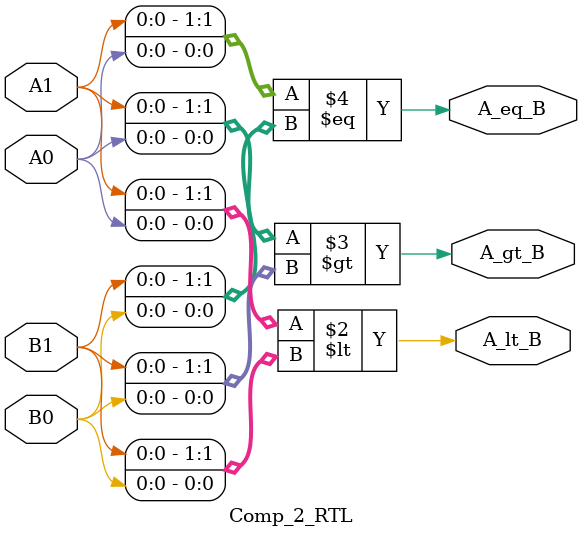
<source format=v>
module Comp_2_RTL(
    output reg A_lt_B,A_gt_B,A_eq_B, 
    input A1,A0,B1,B0
);
    always @(A0,A1,B0,B1) begin
        A_lt_B = ({A1,A0} <  {B1,B0});
        A_gt_B = ({A1,A0} >  {B1,B0});
        A_eq_B = ({A1,A0} == {B1,B0});
    end
endmodule

</source>
